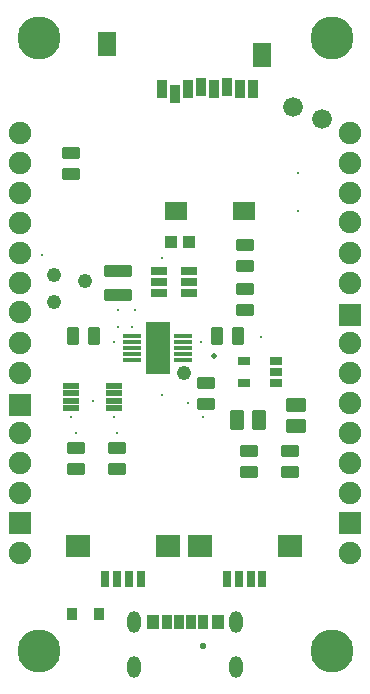
<source format=gts>
G04*
G04 #@! TF.GenerationSoftware,Altium Limited,Altium Designer,20.2.7 (254)*
G04*
G04 Layer_Color=8388736*
%FSLAX25Y25*%
%MOIN*%
G70*
G04*
G04 #@! TF.SameCoordinates,4998CC98-4955-4D50-BC1E-778ED6EA16F9*
G04*
G04*
G04 #@! TF.FilePolarity,Negative*
G04*
G01*
G75*
%ADD36R,0.05940X0.01540*%
%ADD37R,0.08191X0.17591*%
G04:AMPARAMS|DCode=38|XSize=61.02mil|YSize=41.34mil|CornerRadius=4.72mil|HoleSize=0mil|Usage=FLASHONLY|Rotation=90.000|XOffset=0mil|YOffset=0mil|HoleType=Round|Shape=RoundedRectangle|*
%AMROUNDEDRECTD38*
21,1,0.06102,0.03189,0,0,90.0*
21,1,0.05158,0.04134,0,0,90.0*
1,1,0.00945,0.01595,0.02579*
1,1,0.00945,0.01595,-0.02579*
1,1,0.00945,-0.01595,-0.02579*
1,1,0.00945,-0.01595,0.02579*
%
%ADD38ROUNDEDRECTD38*%
G04:AMPARAMS|DCode=39|XSize=61.02mil|YSize=41.34mil|CornerRadius=4.72mil|HoleSize=0mil|Usage=FLASHONLY|Rotation=180.000|XOffset=0mil|YOffset=0mil|HoleType=Round|Shape=RoundedRectangle|*
%AMROUNDEDRECTD39*
21,1,0.06102,0.03189,0,0,180.0*
21,1,0.05158,0.04134,0,0,180.0*
1,1,0.00945,-0.02579,0.01595*
1,1,0.00945,0.02579,0.01595*
1,1,0.00945,0.02579,-0.01595*
1,1,0.00945,-0.02579,-0.01595*
%
%ADD39ROUNDEDRECTD39*%
%ADD40R,0.03740X0.04134*%
%ADD41R,0.04134X0.05118*%
%ADD42R,0.03740X0.05118*%
%ADD43R,0.03347X0.05118*%
%ADD44R,0.05791X0.02953*%
%ADD45R,0.05791X0.01991*%
G04:AMPARAMS|DCode=46|XSize=37.4mil|YSize=92.52mil|CornerRadius=4.53mil|HoleSize=0mil|Usage=FLASHONLY|Rotation=90.000|XOffset=0mil|YOffset=0mil|HoleType=Round|Shape=RoundedRectangle|*
%AMROUNDEDRECTD46*
21,1,0.03740,0.08346,0,0,90.0*
21,1,0.02835,0.09252,0,0,90.0*
1,1,0.00906,0.04173,0.01417*
1,1,0.00906,0.04173,-0.01417*
1,1,0.00906,-0.04173,-0.01417*
1,1,0.00906,-0.04173,0.01417*
%
%ADD46ROUNDEDRECTD46*%
G04:AMPARAMS|DCode=47|XSize=43.31mil|YSize=41.34mil|CornerRadius=4.72mil|HoleSize=0mil|Usage=FLASHONLY|Rotation=90.000|XOffset=0mil|YOffset=0mil|HoleType=Round|Shape=RoundedRectangle|*
%AMROUNDEDRECTD47*
21,1,0.04331,0.03189,0,0,90.0*
21,1,0.03386,0.04134,0,0,90.0*
1,1,0.00945,0.01595,0.01693*
1,1,0.00945,0.01595,-0.01693*
1,1,0.00945,-0.01595,-0.01693*
1,1,0.00945,-0.01595,0.01693*
%
%ADD47ROUNDEDRECTD47*%
G04:AMPARAMS|DCode=48|XSize=66.93mil|YSize=47.24mil|CornerRadius=5.02mil|HoleSize=0mil|Usage=FLASHONLY|Rotation=90.000|XOffset=0mil|YOffset=0mil|HoleType=Round|Shape=RoundedRectangle|*
%AMROUNDEDRECTD48*
21,1,0.06693,0.03720,0,0,90.0*
21,1,0.05689,0.04724,0,0,90.0*
1,1,0.01004,0.01860,0.02845*
1,1,0.01004,0.01860,-0.02845*
1,1,0.01004,-0.01860,-0.02845*
1,1,0.01004,-0.01860,0.02845*
%
%ADD48ROUNDEDRECTD48*%
G04:AMPARAMS|DCode=49|XSize=66.93mil|YSize=47.24mil|CornerRadius=5.02mil|HoleSize=0mil|Usage=FLASHONLY|Rotation=180.000|XOffset=0mil|YOffset=0mil|HoleType=Round|Shape=RoundedRectangle|*
%AMROUNDEDRECTD49*
21,1,0.06693,0.03720,0,0,180.0*
21,1,0.05689,0.04724,0,0,180.0*
1,1,0.01004,-0.02845,0.01860*
1,1,0.01004,0.02845,0.01860*
1,1,0.01004,0.02845,-0.01860*
1,1,0.01004,-0.02845,-0.01860*
%
%ADD49ROUNDEDRECTD49*%
G04:AMPARAMS|DCode=50|XSize=29.53mil|YSize=41.34mil|CornerRadius=4.13mil|HoleSize=0mil|Usage=FLASHONLY|Rotation=90.000|XOffset=0mil|YOffset=0mil|HoleType=Round|Shape=RoundedRectangle|*
%AMROUNDEDRECTD50*
21,1,0.02953,0.03307,0,0,90.0*
21,1,0.02126,0.04134,0,0,90.0*
1,1,0.00827,0.01654,0.01063*
1,1,0.00827,0.01654,-0.01063*
1,1,0.00827,-0.01654,-0.01063*
1,1,0.00827,-0.01654,0.01063*
%
%ADD50ROUNDEDRECTD50*%
%ADD51R,0.08465X0.07677*%
%ADD52R,0.02953X0.05709*%
%ADD53R,0.03740X0.06496*%
%ADD54R,0.06102X0.08071*%
%ADD55R,0.07677X0.06102*%
%ADD56C,0.06591*%
%ADD57C,0.04764*%
%ADD58C,0.07491*%
%ADD59R,0.07491X0.07491*%
%ADD60O,0.04528X0.07284*%
%ADD61C,0.14370*%
%ADD62C,0.01063*%
%ADD63C,0.01968*%
%ADD64C,0.02165*%
D36*
X42876Y110827D02*
D03*
Y112797D02*
D03*
Y106887D02*
D03*
Y108857D02*
D03*
X60076Y110827D02*
D03*
Y114767D02*
D03*
Y112797D02*
D03*
Y108857D02*
D03*
Y106887D02*
D03*
X42876Y114767D02*
D03*
D37*
X51476Y110827D02*
D03*
D38*
X71305Y114767D02*
D03*
X78392D02*
D03*
X30413D02*
D03*
X23327D02*
D03*
D39*
X67520Y92224D02*
D03*
Y99311D02*
D03*
X22623Y175965D02*
D03*
Y168878D02*
D03*
X80512Y145374D02*
D03*
Y138287D02*
D03*
Y130709D02*
D03*
Y123622D02*
D03*
X37991Y77559D02*
D03*
Y70472D02*
D03*
X24114Y77559D02*
D03*
Y70472D02*
D03*
X95473Y76575D02*
D03*
Y69488D02*
D03*
X82087Y76575D02*
D03*
Y69488D02*
D03*
D40*
X22933Y22080D02*
D03*
X31988D02*
D03*
D41*
X71457Y19685D02*
D03*
X49803D02*
D03*
D42*
X66614D02*
D03*
X54646D02*
D03*
D43*
X58661D02*
D03*
X62598D02*
D03*
D44*
X61982Y136476D02*
D03*
Y132776D02*
D03*
Y129076D02*
D03*
X51782D02*
D03*
Y132776D02*
D03*
Y136476D02*
D03*
D45*
X37023Y90787D02*
D03*
Y93287D02*
D03*
Y95887D02*
D03*
Y98387D02*
D03*
X22623D02*
D03*
Y95887D02*
D03*
Y93287D02*
D03*
Y90787D02*
D03*
D46*
X38275Y128548D02*
D03*
Y136422D02*
D03*
D47*
X55962Y146225D02*
D03*
X62064D02*
D03*
D48*
X85236Y87008D02*
D03*
X77953D02*
D03*
D49*
X97441Y92028D02*
D03*
Y84745D02*
D03*
D50*
X80315Y99257D02*
D03*
X90945D02*
D03*
X80315Y106737D02*
D03*
X90945D02*
D03*
Y102997D02*
D03*
D51*
X95472Y44882D02*
D03*
X65551D02*
D03*
X54921D02*
D03*
X24999D02*
D03*
D52*
X74606Y34055D02*
D03*
X78543D02*
D03*
X82480D02*
D03*
X86417D02*
D03*
X34054D02*
D03*
X37991D02*
D03*
X41928D02*
D03*
X45865D02*
D03*
D53*
X52993Y197244D02*
D03*
X57323Y195669D02*
D03*
X61654Y197244D02*
D03*
X65985Y198031D02*
D03*
X70316Y197244D02*
D03*
X74646Y198031D02*
D03*
X78977Y197244D02*
D03*
X83308D02*
D03*
D54*
X34646Y212401D02*
D03*
X86418Y208465D02*
D03*
D55*
X57678Y156693D02*
D03*
X80119D02*
D03*
D56*
X96570Y191201D02*
D03*
X106299Y187205D02*
D03*
D57*
X27265Y133272D02*
D03*
X16871Y135138D02*
D03*
Y126378D02*
D03*
X60098Y102421D02*
D03*
D58*
X115610Y42421D02*
D03*
Y82421D02*
D03*
Y72421D02*
D03*
Y62421D02*
D03*
Y92421D02*
D03*
Y102421D02*
D03*
Y112421D02*
D03*
Y172421D02*
D03*
Y162421D02*
D03*
Y152921D02*
D03*
Y142421D02*
D03*
Y132421D02*
D03*
Y182421D02*
D03*
X5610Y42421D02*
D03*
Y82421D02*
D03*
Y72421D02*
D03*
Y62421D02*
D03*
Y102421D02*
D03*
Y112421D02*
D03*
Y122921D02*
D03*
Y162421D02*
D03*
Y152421D02*
D03*
Y142421D02*
D03*
Y132421D02*
D03*
Y172421D02*
D03*
Y182421D02*
D03*
D59*
X115610Y52421D02*
D03*
Y121921D02*
D03*
X5610Y52421D02*
D03*
Y91921D02*
D03*
D60*
X77638Y4724D02*
D03*
X43622D02*
D03*
X77638Y19685D02*
D03*
X43622D02*
D03*
D61*
X11811Y9843D02*
D03*
Y214173D02*
D03*
X109449Y9843D02*
D03*
Y214173D02*
D03*
D62*
X66663Y87795D02*
D03*
X61552Y92412D02*
D03*
X52953Y95255D02*
D03*
X12894Y142028D02*
D03*
X38275Y117966D02*
D03*
X36968Y112797D02*
D03*
X65985D02*
D03*
X52953Y141043D02*
D03*
X44052Y123622D02*
D03*
X42876Y117966D02*
D03*
X29823Y93287D02*
D03*
X37023Y87878D02*
D03*
X98278Y169341D02*
D03*
X22623Y87795D02*
D03*
X98228Y156693D02*
D03*
X38275Y123622D02*
D03*
X80512Y145374D02*
D03*
X85817Y114612D02*
D03*
X37991Y82421D02*
D03*
X24114D02*
D03*
D63*
X70276Y108327D02*
D03*
D64*
X66614Y11713D02*
D03*
M02*

</source>
